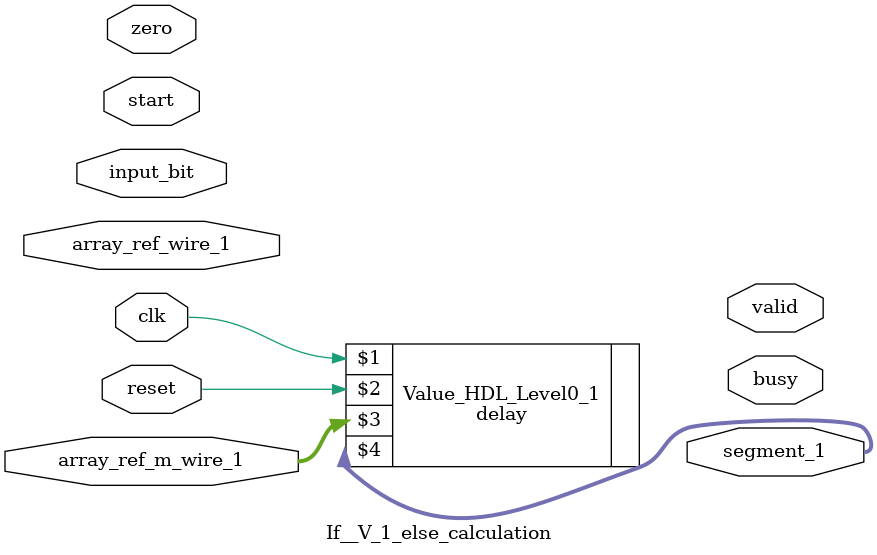
<source format=v>
module If__V_1_else_calculation(input [31:0]input_bit, input [31:0]zero, input [31:0]array_ref_wire_1, input [31:0]array_ref_m_wire_1, output [31:0]segment_1, input clk, input reset, input start, output valid, output busy);



	//Proceed with segment_1 = delay(array_ref_m_wire_1) 
	wire [31:0]segment_1;
	delay Value_HDL_Level0_1 ( clk, reset, array_ref_m_wire_1, segment_1);




endmodule

</source>
